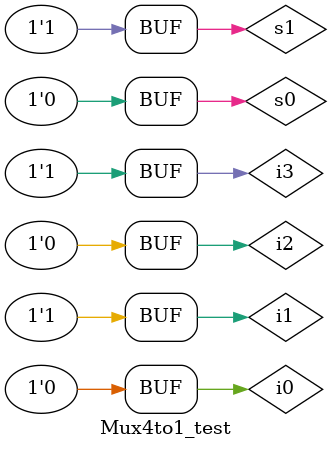
<source format=v>
`timescale 1ns / 1ps


module Mux4to1_test;

	// Inputs
	reg i0;
	reg i1;
	reg i2;
	reg i3;
	reg s0;
	reg s1;

	// Outputs
	wire outp;

	// Instantiate the Unit Under Test (UUT)
	Mux4to1 uut (
		.i0(i0), 
		.i1(i1), 
		.i2(i2), 
		.i3(i3), 
		.s0(s0), 
		.s1(s1), 
		.outp(outp)
	);

	initial begin
		
        i0 = 0;
		i1 = 0;
		i2 = 0;
		i3 = 0;
		s0 = 0;
		s1 = 0;

		// Wait 100 ns for global reset to finish
		#100;
		i0 = 1;
		i1 = 0;
		i2 = 1;
		i3 = 0;
		s0 = 1;
		s1 = 0;
        #100;
		// Add stimulus here
      i0 = 0;
		i1 = 1;
		i2 = 0;
		i3 = 1;
		s0 = 0;
		s1 = 1;
        #100;

		// Add stimulus here

	end
      
endmodule


</source>
